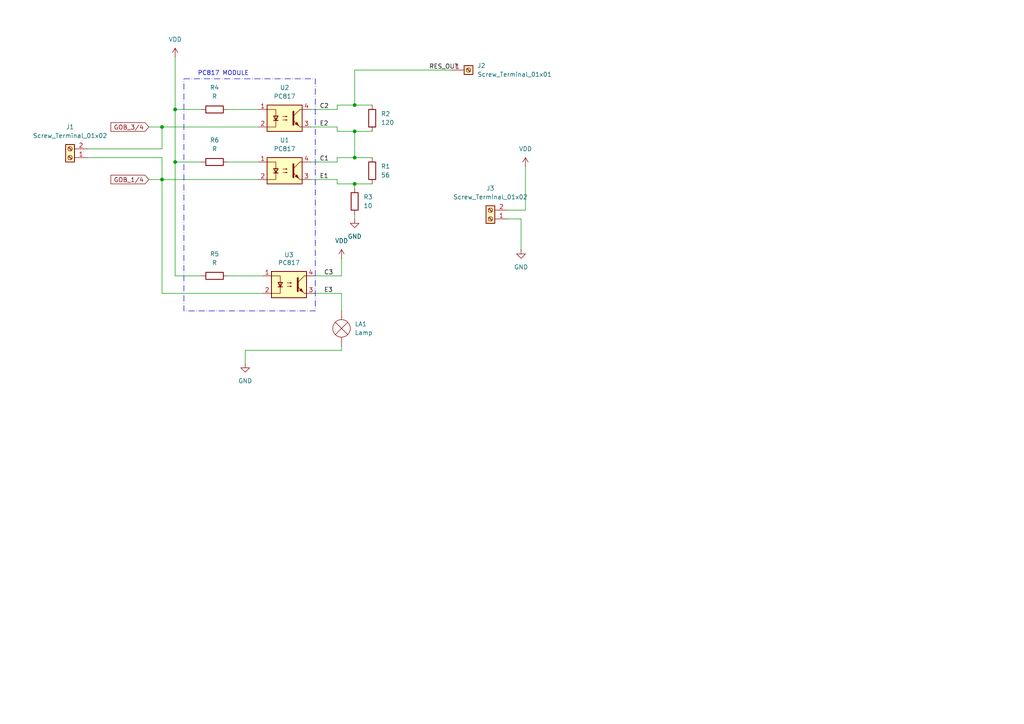
<source format=kicad_sch>
(kicad_sch (version 20250114) (generator "eeschema") (generator_version "9.0")
  (paper "A4")
  (lib_symbols
    (symbol "Connector:Screw_Terminal_01x01" (pin_names (offset 1.016) (hide yes))
      (property "Reference" "J" (at 0 2.54 0))
      (property "Value" "Screw_Terminal_01x01" (at 0 -2.54 0))
      (symbol "Screw_Terminal_01x01_1_1"
        (rectangle (start -1.27 1.27) (end 1.27 -1.27) (stroke (width 0.254)) (fill (type background)))
        (polyline (pts (xy -0.5334 0.3302) (xy 0.3302 -0.508)) (stroke (width 0.1524)))
        (polyline (pts (xy -0.3556 0.508) (xy 0.508 -0.3302)) (stroke (width 0.1524)))
        (circle (center 0 0) (radius 0.635) (stroke (width 0.1524)))
        (pin passive line (at -5.08 0 0) (length 3.81) (name "Pin_1") (number "1"))
      )
    )
    (symbol "Connector:Screw_Terminal_01x02" (pin_names (offset 1.016) (hide yes))
      (property "Reference" "J" (at 0 2.54 0))
      (property "Value" "Screw_Terminal_01x02" (at 0 -5.08 0))
      (symbol "Screw_Terminal_01x02_1_1"
        (rectangle (start -1.27 1.27) (end 1.27 -3.81) (stroke (width 0.254)) (fill (type background)))
        (polyline (pts (xy -0.5334 0.3302) (xy 0.3302 -0.508)) (stroke (width 0.1524)))
        (polyline (pts (xy -0.5334 -2.2098) (xy 0.3302 -3.048)) (stroke (width 0.1524)))
        (polyline (pts (xy -0.3556 0.508) (xy 0.508 -0.3302)) (stroke (width 0.1524)))
        (polyline (pts (xy -0.3556 -2.032) (xy 0.508 -2.8702)) (stroke (width 0.1524)))
        (circle (center 0 0) (radius 0.635) (stroke (width 0.1524)))
        (circle (center 0 -2.54) (radius 0.635) (stroke (width 0.1524)))
        (pin passive line (at -5.08 0 0) (length 3.81) (name "Pin_1") (number "1"))
        (pin passive line (at -5.08 -2.54 0) (length 3.81) (name "Pin_2") (number "2"))
      )
    )
    (symbol "Device:Lamp" (pin_numbers (hide yes)) (pin_names (offset 0.0254) (hide yes))
      (property "Reference" "LA" (at 0.635 3.81 0))
      (property "Value" "Lamp" (at 0.635 -3.81 0))
      (symbol "Lamp_0_1"
        (polyline (pts (xy -1.778 1.778) (xy 1.778 -1.778)))
        (circle (center 0 0) (radius 2.54))
        (polyline (pts (xy 1.778 1.778) (xy -1.778 -1.778)))
      )
      (symbol "Lamp_1_1"
        (pin passive line (at 0 5.08 270) (length 2.54) (name "+") (number "2"))
        (pin passive line (at 0 -5.08 90) (length 2.54) (name "-") (number "1"))
      )
    )
    (symbol "Device:R" (pin_numbers (hide yes)) (pin_names (offset 0))
      (property "Reference" "R" (at 2.032 0 90))
      (property "Value" "R" (at 0 0 90))
      (symbol "R_0_1"
        (rectangle (start -1.016 -2.54) (end 1.016 2.54) (stroke (width 0.254)))
      )
      (symbol "R_1_1"
        (pin passive line (at 0 3.81 270) (length 1.27) (name "~") (number "1"))
        (pin passive line (at 0 -3.81 90) (length 1.27) (name "~") (number "2"))
      )
    )
    (symbol "Isolator:PC817" (pin_names (offset 1.016))
      (property "Reference" "U" (at -5.08 5.08 0))
      (property "Value" "PC817" (at 0 5.08 0))
      (symbol "PC817_0_1"
        (rectangle (start -5.08 3.81) (end 5.08 -3.81) (stroke (width 0.254)) (fill (type background)))
        (polyline (pts (xy -5.08 2.54) (xy -2.54 2.54) (xy -2.54 -0.635)))
        (polyline (pts (xy -3.175 -0.635) (xy -1.905 -0.635)) (stroke (width 0.254)))
        (polyline (pts (xy -2.54 -0.635) (xy -2.54 -2.54) (xy -5.08 -2.54)))
        (polyline (pts (xy -2.54 -0.635) (xy -3.175 0.635) (xy -1.905 0.635) (xy -2.54 -0.635)) (stroke (width 0.254)))
        (polyline (pts (xy -0.508 0.508) (xy 0.762 0.508) (xy 0.381 0.381) (xy 0.381 0.635) (xy 0.762 0.508)))
        (polyline (pts (xy -0.508 -0.508) (xy 0.762 -0.508) (xy 0.381 -0.635) (xy 0.381 -0.381) (xy 0.762 -0.508)))
        (polyline (pts (xy 2.54 1.905) (xy 2.54 -1.905)) (stroke (width 0.508)))
        (polyline (pts (xy 2.54 0.635) (xy 4.445 2.54)))
        (polyline (pts (xy 3.048 -1.651) (xy 3.556 -1.143) (xy 4.064 -2.159) (xy 3.048 -1.651)) (fill (type outline)))
        (polyline (pts (xy 4.445 2.54) (xy 5.08 2.54)))
        (polyline (pts (xy 4.445 -2.54) (xy 2.54 -0.635)) (fill (type outline)))
        (polyline (pts (xy 4.445 -2.54) (xy 5.08 -2.54)))
      )
      (symbol "PC817_1_1"
        (pin passive line (at -7.62 2.54 0) (length 2.54) (name "~") (number "1"))
        (pin passive line (at -7.62 -2.54 0) (length 2.54) (name "~") (number "2"))
        (pin passive line (at 7.62 2.54 180) (length 2.54) (name "~") (number "4"))
        (pin passive line (at 7.62 -2.54 180) (length 2.54) (name "~") (number "3"))
      )
    )
    (symbol "power:GND" (power) (pin_numbers (hide yes)) (pin_names (offset 0) (hide yes))
      (property "Value" "GND" (at 0 -3.81 0))
      (symbol "GND_0_1"
        (polyline (pts (xy 0 0) (xy 0 -1.27) (xy 1.27 -1.27) (xy 0 -2.54) (xy -1.27 -1.27) (xy 0 -1.27)))
      )
      (symbol "GND_1_1"
        (pin power_in line (at 0 0 270) (length 0) (name "~") (number "1"))
      )
    )
    (symbol "power:VDD" (power) (pin_numbers (hide yes)) (pin_names (offset 0) (hide yes))
      (property "Value" "VDD" (at 0 3.556 0))
      (symbol "VDD_0_1"
        (polyline (pts (xy -0.762 1.27) (xy 0 2.54)))
        (polyline (pts (xy 0 2.54) (xy 0.762 1.27)))
        (polyline (pts (xy 0 0) (xy 0 2.54)))
      )
      (symbol "VDD_1_1"
        (pin power_in line (at 0 0 90) (length 0) (name "~") (number "1"))
      )
    )
  )
  (rectangle (start 53.34 22.86) (end 91.44 90.17) (stroke (width 0) (type dash_dot)))
  (text "PC817 MODULE" (at 64.77 21.336 0) (effects (font (size 1.27 1.27))))
  (junction (at 102.87 53.34))
  (junction (at 102.87 38.1))
  (junction (at 46.99 36.83))
  (junction (at 50.8 46.99))
  (junction (at 46.99 52.07))
  (junction (at 50.8 31.75))
  (junction (at 102.87 30.48))
  (junction (at 102.87 45.72))
  (wire (pts (xy 91.44 80.01) (xy 99.06 80.01)))
  (wire (pts (xy 50.8 16.51) (xy 50.8 31.75)))
  (wire (pts (xy 152.4 48.26) (xy 152.4 60.96)))
  (wire (pts (xy 46.99 85.09) (xy 46.99 52.07)))
  (wire (pts (xy 102.87 38.1) (xy 97.79 38.1)))
  (wire (pts (xy 99.06 100.33) (xy 99.06 101.6)))
  (wire (pts (xy 102.87 20.32) (xy 130.81 20.32)))
  (wire (pts (xy 99.06 74.93) (xy 99.06 80.01)))
  (wire (pts (xy 102.87 30.48) (xy 97.79 30.48)))
  (wire (pts (xy 99.06 85.09) (xy 99.06 90.17)))
  (wire (pts (xy 102.87 38.1) (xy 102.87 45.72)))
  (wire (pts (xy 43.18 36.83) (xy 46.99 36.83)))
  (wire (pts (xy 66.04 31.75) (xy 74.93 31.75)))
  (wire (pts (xy 152.4 60.96) (xy 147.32 60.96)))
  (wire (pts (xy 97.79 36.83) (xy 90.17 36.83)))
  (wire (pts (xy 97.79 45.72) (xy 97.79 46.99)))
  (wire (pts (xy 46.99 45.72) (xy 46.99 52.07)))
  (wire (pts (xy 107.95 45.72) (xy 102.87 45.72)))
  (wire (pts (xy 46.99 36.83) (xy 46.99 43.18)))
  (wire (pts (xy 50.8 31.75) (xy 50.8 46.99)))
  (wire (pts (xy 102.87 53.34) (xy 97.79 53.34)))
  (wire (pts (xy 25.4 43.18) (xy 46.99 43.18)))
  (wire (pts (xy 147.32 63.5) (xy 151.13 63.5)))
  (wire (pts (xy 46.99 52.07) (xy 74.93 52.07)))
  (wire (pts (xy 102.87 62.23) (xy 102.87 63.5)))
  (wire (pts (xy 66.04 46.99) (xy 74.93 46.99)))
  (wire (pts (xy 46.99 36.83) (xy 74.93 36.83)))
  (wire (pts (xy 66.04 80.01) (xy 76.2 80.01)))
  (wire (pts (xy 97.79 52.07) (xy 90.17 52.07)))
  (wire (pts (xy 107.95 30.48) (xy 102.87 30.48)))
  (wire (pts (xy 76.2 85.09) (xy 46.99 85.09)))
  (wire (pts (xy 50.8 46.99) (xy 50.8 80.01)))
  (wire (pts (xy 71.12 101.6) (xy 71.12 105.41)))
  (wire (pts (xy 102.87 30.48) (xy 102.87 20.32)))
  (wire (pts (xy 99.06 101.6) (xy 71.12 101.6)))
  (wire (pts (xy 25.4 45.72) (xy 46.99 45.72)))
  (wire (pts (xy 90.17 46.99) (xy 97.79 46.99)))
  (wire (pts (xy 151.13 63.5) (xy 151.13 72.39)))
  (wire (pts (xy 90.17 31.75) (xy 97.79 31.75)))
  (wire (pts (xy 97.79 38.1) (xy 97.79 36.83)))
  (wire (pts (xy 58.42 31.75) (xy 50.8 31.75)))
  (wire (pts (xy 102.87 45.72) (xy 97.79 45.72)))
  (wire (pts (xy 97.79 53.34) (xy 97.79 52.07)))
  (wire (pts (xy 107.95 38.1) (xy 102.87 38.1)))
  (wire (pts (xy 43.18 52.07) (xy 46.99 52.07)))
  (wire (pts (xy 107.95 53.34) (xy 102.87 53.34)))
  (wire (pts (xy 50.8 80.01) (xy 58.42 80.01)))
  (wire (pts (xy 50.8 46.99) (xy 58.42 46.99)))
  (wire (pts (xy 99.06 85.09) (xy 91.44 85.09)))
  (wire (pts (xy 102.87 53.34) (xy 102.87 54.61)))
  (wire (pts (xy 97.79 30.48) (xy 97.79 31.75)))
  (label "C2" (at 92.71 31.75 0))
  (label "RES_OUT" (at 124.46 20.32 0))
  (label "E2" (at 92.71 36.83 0))
  (label "C3" (at 93.98 80.01 0))
  (label "C1" (at 92.71 46.99 0))
  (label "E1" (at 92.71 52.07 0))
  (label "E3" (at 93.98 85.09 0))
  (global_label "GOB_3{slash}4" (shape input) (at 43.18 36.83 180) (property "Intersheetrefs" "${INTERSHEET_REFS}" (effects (hide yes))))
  (global_label "GOB_1{slash}4" (shape input) (at 43.18 52.07 180) (property "Intersheetrefs" "${INTERSHEET_REFS}" (effects (hide yes))))
  (symbol (lib_id "Device:R") (at 102.87 58.42 0) (unit 1)
    (property "Reference" "R3" (at 105.41 57.1499 0) (effects (justify left)))
    (property "Value" "10" (at 105.41 59.6899 0) (effects (justify left)))
    (property "Footprint" "Resistor_THT:R_Axial_DIN0204_L3.6mm_D1.6mm_P5.08mm_Horizontal" (effects (hide yes)))
    (property "Description" "Resistor" (effects (hide yes)))
  )
  (symbol (lib_id "Device:R") (at 62.23 46.99 90) (unit 1)
    (property "Reference" "R6" (at 62.23 40.64 90))
    (property "Value" "R" (at 62.23 43.18 90))
    (property "Footprint" "Resistor_THT:R_Axial_DIN0204_L3.6mm_D1.6mm_P5.08mm_Horizontal" (effects (hide yes)))
    (property "Description" "Resistor" (effects (hide yes)))
  )
  (symbol (lib_id "Device:R") (at 107.95 34.29 0) (unit 1)
    (property "Reference" "R2" (at 110.49 33.0199 0) (effects (justify left)))
    (property "Value" "120" (at 110.49 35.5599 0) (effects (justify left)))
    (property "Footprint" "Resistor_THT:R_Axial_DIN0204_L3.6mm_D1.6mm_P5.08mm_Horizontal" (effects (hide yes)))
    (property "Description" "Resistor" (effects (hide yes)))
  )
  (symbol (lib_id "Device:R") (at 62.23 31.75 90) (unit 1)
    (property "Reference" "R4" (at 62.23 25.4 90))
    (property "Value" "R" (at 62.23 27.94 90))
    (property "Footprint" "Resistor_THT:R_Axial_DIN0204_L3.6mm_D1.6mm_P5.08mm_Horizontal" (effects (hide yes)))
    (property "Description" "Resistor" (effects (hide yes)))
  )
  (symbol (lib_id "Isolator:PC817") (at 82.55 49.53 0) (unit 1)
    (property "Reference" "U1" (at 82.55 40.64 0))
    (property "Value" "PC817" (at 82.55 43.18 0))
    (property "Footprint" "Package_DIP:DIP-4_W7.62mm" (effects (hide yes)))
    (property "Datasheet" "http://www.soselectronic.cz/a_info/resource/d/pc817.pdf" (effects (hide yes)))
    (property "Description" "DC Optocoupler, Vce 35V, CTR 50-300%, DIP-4" (effects (hide yes)))
  )
  (symbol (lib_id "Isolator:PC817") (at 82.55 34.29 0) (unit 1)
    (property "Reference" "U2" (at 82.55 25.4 0))
    (property "Value" "PC817" (at 82.55 27.94 0))
    (property "Footprint" "Package_DIP:DIP-4_W7.62mm" (effects (hide yes)))
    (property "Datasheet" "http://www.soselectronic.cz/a_info/resource/d/pc817.pdf" (effects (hide yes)))
    (property "Description" "DC Optocoupler, Vce 35V, CTR 50-300%, DIP-4" (effects (hide yes)))
  )
  (symbol (lib_id "Device:R") (at 62.23 80.01 90) (unit 1)
    (property "Reference" "R5" (at 62.23 73.66 90))
    (property "Value" "R" (at 62.23 76.2 90))
    (property "Footprint" "Resistor_THT:R_Axial_DIN0204_L3.6mm_D1.6mm_P5.08mm_Horizontal" (effects (hide yes)))
    (property "Description" "Resistor" (effects (hide yes)))
  )
  (symbol (lib_id "Connector:Screw_Terminal_01x02") (at 20.32 45.72 180) (unit 1)
    (property "Reference" "J1" (at 20.32 36.83 0))
    (property "Value" "Screw_Terminal_01x02" (at 20.32 39.37 0))
    (property "Footprint" "TerminalBlock:TerminalBlock_MaiXu_MX126-5.0-02P_1x02_P5.00mm" (effects (hide yes)))
    (property "Description" "Generic screw terminal, single row, 01x02, script generated (kicad-library-utils/schlib/autogen/connector/)" (effects (hide yes)))
  )
  (symbol (lib_id "power:GND") (at 71.12 105.41 0) (unit 1)
    (property "Reference" "#PWR02" (effects (hide yes)))
    (property "Value" "GND" (at 71.12 110.49 0))
    (property "Description" "Power symbol creates a global label with name \"GND\" , ground" (effects (hide yes)))
  )
  (symbol (lib_id "power:GND") (at 102.87 63.5 0) (unit 1)
    (property "Reference" "#PWR01" (effects (hide yes)))
    (property "Value" "GND" (at 102.87 68.58 0))
    (property "Description" "Power symbol creates a global label with name \"GND\" , ground" (effects (hide yes)))
  )
  (symbol (lib_id "power:VDD") (at 50.8 16.51 0) (unit 1)
    (property "Reference" "#PWR04" (effects (hide yes)))
    (property "Value" "VDD" (at 50.8 11.43 0))
    (property "Description" "Power symbol creates a global label with name \"VDD\"" (effects (hide yes)))
  )
  (symbol (lib_id "power:VDD") (at 99.06 74.93 0) (unit 1)
    (property "Reference" "#PWR03" (effects (hide yes)))
    (property "Value" "VDD" (at 99.06 69.85 0))
    (property "Description" "Power symbol creates a global label with name \"VDD\"" (effects (hide yes)))
  )
  (symbol (lib_id "Device:Lamp") (at 99.06 95.25 0) (unit 1)
    (property "Reference" "LA1" (at 102.87 93.9799 0) (effects (justify left)))
    (property "Value" "Lamp" (at 102.87 96.5199 0) (effects (justify left)))
    (property "Footprint" "TerminalBlock:TerminalBlock_MaiXu_MX126-5.0-02P_1x02_P5.00mm" (effects (hide yes)))
    (property "Description" "Lamp" (effects (hide yes)))
  )
  (symbol (lib_id "power:GND") (at 151.13 72.39 0) (unit 1)
    (property "Reference" "#PWR05" (effects (hide yes)))
    (property "Value" "GND" (at 151.13 77.47 0))
    (property "Description" "Power symbol creates a global label with name \"GND\" , ground" (effects (hide yes)))
  )
  (symbol (lib_id "Connector:Screw_Terminal_01x02") (at 142.24 63.5 180) (unit 1)
    (property "Reference" "J3" (at 142.24 54.61 0))
    (property "Value" "Screw_Terminal_01x02" (at 142.24 57.15 0))
    (property "Footprint" "TerminalBlock:TerminalBlock_MaiXu_MX126-5.0-02P_1x02_P5.00mm" (effects (hide yes)))
    (property "Description" "Generic screw terminal, single row, 01x02, script generated (kicad-library-utils/schlib/autogen/connector/)" (effects (hide yes)))
  )
  (symbol (lib_id "Isolator:PC817") (at 83.82 82.55 0) (unit 1)
    (property "Reference" "U3" (at 83.82 73.914 0))
    (property "Value" "PC817" (at 83.82 76.2 0))
    (property "Footprint" "Package_DIP:DIP-4_W7.62mm" (effects (hide yes)))
    (property "Datasheet" "http://www.soselectronic.cz/a_info/resource/d/pc817.pdf" (effects (hide yes)))
    (property "Description" "DC Optocoupler, Vce 35V, CTR 50-300%, DIP-4" (effects (hide yes)))
  )
  (symbol (lib_id "Connector:Screw_Terminal_01x01") (at 135.89 20.32 0) (unit 1)
    (property "Reference" "J2" (at 138.43 19.0499 0) (effects (justify left)))
    (property "Value" "Screw_Terminal_01x01" (at 138.43 21.5899 0) (effects (justify left)))
    (property "Footprint" "TerminalBlock_Degson:TerminalBlock_Degson_DG250-3.5-01P_1x01_P3.50mm_45Degree" (effects (hide yes)))
    (property "Description" "Generic screw terminal, single row, 01x01, script generated (kicad-library-utils/schlib/autogen/connector/)" (effects (hide yes)))
  )
  (symbol (lib_id "Device:R") (at 107.95 49.53 0) (unit 1)
    (property "Reference" "R1" (at 110.49 48.2599 0) (effects (justify left)))
    (property "Value" "56" (at 110.49 50.7999 0) (effects (justify left)))
    (property "Footprint" "Resistor_THT:R_Axial_DIN0204_L3.6mm_D1.6mm_P5.08mm_Horizontal" (effects (hide yes)))
    (property "Description" "Resistor" (effects (hide yes)))
  )
  (symbol (lib_id "power:VDD") (at 152.4 48.26 0) (unit 1)
    (property "Reference" "#PWR06" (effects (hide yes)))
    (property "Value" "VDD" (at 152.4 43.18 0))
    (property "Description" "Power symbol creates a global label with name \"VDD\"" (effects (hide yes)))
  )
)
</source>
